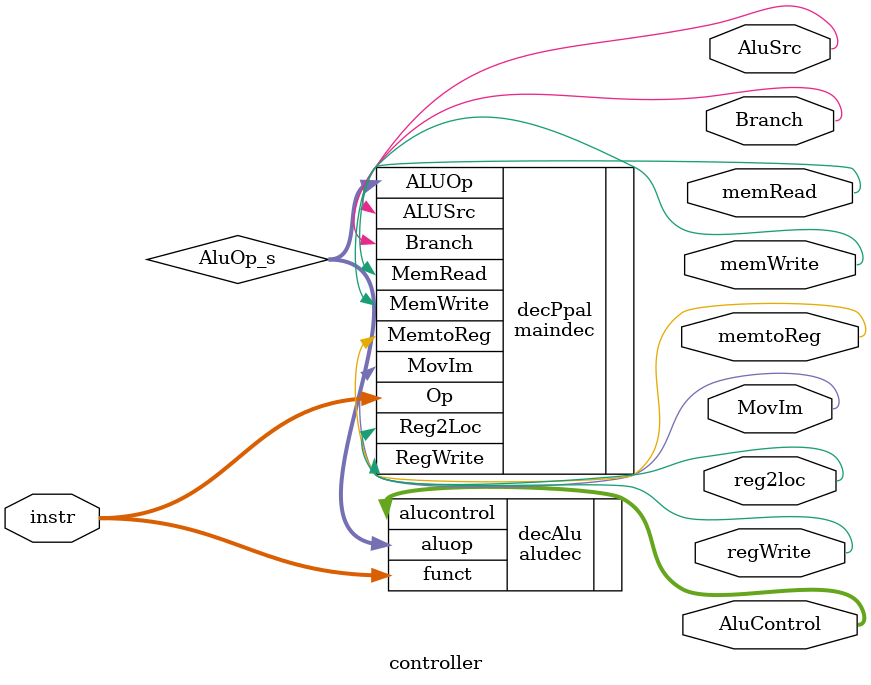
<source format=sv>

module controller(input logic [10:0] instr,
						output logic [3:0] AluControl,						
						output logic reg2loc, regWrite, AluSrc, Branch,
											memtoReg, memRead, memWrite, MovIm);
											
	logic [1:0] AluOp_s;
   
	maindec 	decPpal 	(.Op(instr), 
							.Reg2Loc(reg2loc), 
							.ALUSrc(AluSrc), 
							.MemtoReg(memtoReg), 
							.RegWrite(regWrite), 
							.MemRead(memRead), 
							.MemWrite(memWrite), 
							.Branch(Branch), 
							.ALUOp(AluOp_s),
							.MovIm(MovIm));	
					
								
	aludec 	decAlu 	(.funct(instr), 
							.aluop(AluOp_s), 
							.alucontrol(AluControl));
			
endmodule

</source>
